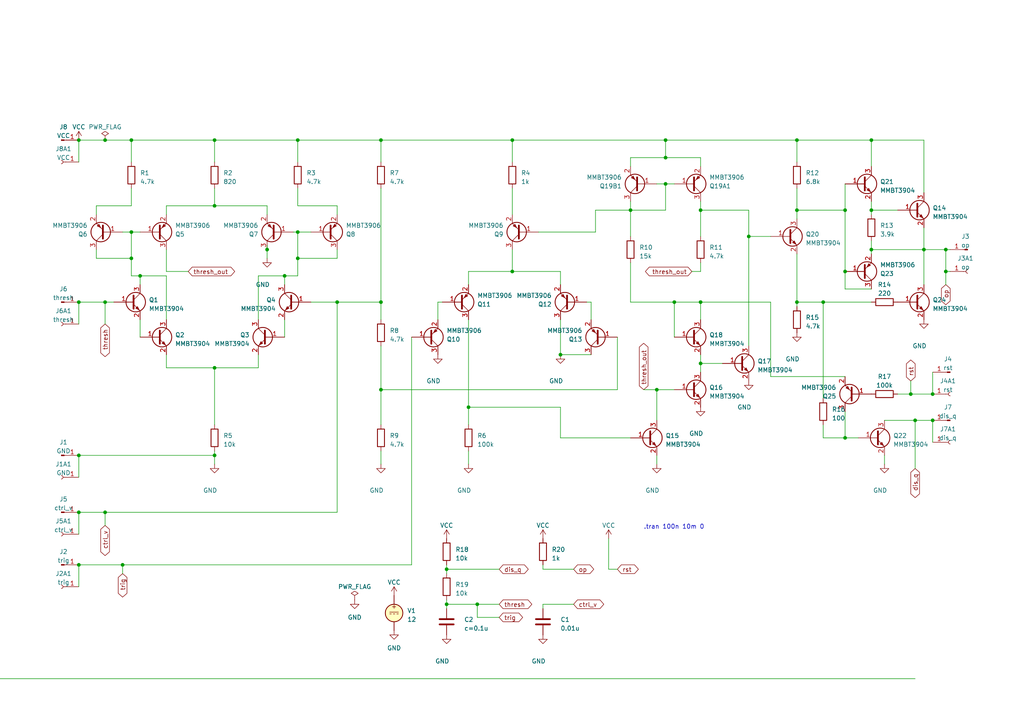
<source format=kicad_sch>
(kicad_sch (version 20230121) (generator eeschema)
  (paper "A4")
  (title_block (title "EVM 555") (date "2023-05-19") (rev "0p1") (company "Analog Instruments"))
  (lib_symbols
    (symbol "Connector:Conn_01x01_Pin" (pin_names (offset 1.016) hide)
      (property "Reference" "J" (at 0 2.54 0))
      (property "Value" "Conn_01x01_Pin" (at 0 -2.54 0))
      (symbol "Conn_01x01_Pin_1_1"
        (polyline (pts (xy 1.27 0) (xy 0.8636 0)) (stroke (width 0.1524)))
        (rectangle (start 0.8636 0.127) (end 0 -0.127) (stroke (width 0.1524)) (fill (type outline)))
        (pin passive line (at 5.08 0 180) (length 3.81) (name "Pin_1") (number "1"))
      )
    )
    (symbol "Connector:Conn_01x01_Socket" (pin_names (offset 1.016) hide)
      (property "Reference" "J" (at 0 2.54 0))
      (property "Value" "Conn_01x01_Socket" (at 0 -2.54 0))
      (symbol "Conn_01x01_Socket_1_1"
        (polyline (pts (xy -1.27 0) (xy -0.508 0)) (stroke (width 0.1524)))
        (arc (start 0 0.508) (mid -0.5058 0) (end 0 -0.508) (stroke (width 0.1524)))
        (pin passive line (at -5.08 0 0) (length 3.81) (name "Pin_1") (number "1"))
      )
    )
    (symbol "Device:C" (pin_numbers hide) (pin_names (offset 0.254))
      (property "Reference" "C" (at 0.635 2.54 0))
      (property "Value" "C" (at 0.635 -2.54 0))
      (symbol "C_0_1"
        (polyline (pts (xy -2.032 -0.762) (xy 2.032 -0.762)) (stroke (width 0.508)))
        (polyline (pts (xy -2.032 0.762) (xy 2.032 0.762)) (stroke (width 0.508)))
      )
      (symbol "C_1_1"
        (pin passive line (at 0 3.81 270) (length 2.794) (name "~") (number "1"))
        (pin passive line (at 0 -3.81 90) (length 2.794) (name "~") (number "2"))
      )
    )
    (symbol "Device:R" (pin_numbers hide) (pin_names (offset 0))
      (property "Reference" "R" (at 2.032 0 90))
      (property "Value" "R" (at 0 0 90))
      (symbol "R_0_1"
        (rectangle (start -1.016 -2.54) (end 1.016 2.54) (stroke (width 0.254)))
      )
      (symbol "R_1_1"
        (pin passive line (at 0 3.81 270) (length 1.27) (name "~") (number "1"))
        (pin passive line (at 0 -3.81 90) (length 1.27) (name "~") (number "2"))
      )
    )
    (symbol "Simulation_SPICE:VDC" (pin_numbers hide) (pin_names (offset 0.0254))
      (property "Reference" "V" (at 2.54 2.54 0))
      (property "Value" "1" (at 2.54 0 0))
      (symbol "VDC_0_0"
        (polyline (pts (xy -1.27 0.254) (xy 1.27 0.254)))
        (polyline (pts (xy -0.762 -0.254) (xy -1.27 -0.254)))
        (polyline (pts (xy 0.254 -0.254) (xy -0.254 -0.254)))
        (polyline (pts (xy 1.27 -0.254) (xy 0.762 -0.254)))
        (text "+" (at 0 1.905 0) (effects (font (size 1.27 1.27))))
      )
      (symbol "VDC_0_1"
        (circle (center 0 0) (radius 2.54) (stroke (width 0.254)) (fill (type background)))
      )
      (symbol "VDC_1_1"
        (pin passive line (at 0 5.08 270) (length 2.54) (name "~") (number "1"))
        (pin passive line (at 0 -5.08 90) (length 2.54) (name "~") (number "2"))
      )
    )
    (symbol "Transistor_BJT:MMBT3904" (pin_names (offset 0) hide)
      (property "Reference" "Q" (at 5.08 1.905 0))
      (property "Value" "MMBT3904" (at 5.08 0 0))
      (symbol "MMBT3904_0_1"
        (polyline (pts (xy 0.635 0.635) (xy 2.54 2.54)))
        (polyline (pts (xy 0.635 -0.635) (xy 2.54 -2.54) (xy 2.54 -2.54)))
        (polyline (pts (xy 0.635 1.905) (xy 0.635 -1.905) (xy 0.635 -1.905)) (stroke (width 0.508)))
        (polyline (pts (xy 1.27 -1.778) (xy 1.778 -1.27) (xy 2.286 -2.286) (xy 1.27 -1.778) (xy 1.27 -1.778)) (fill (type outline)))
        (circle (center 1.27 0) (radius 2.8194) (stroke (width 0.254)))
      )
      (symbol "MMBT3904_1_1"
        (pin input line (at -5.08 0 0) (length 5.715) (name "B") (number "1"))
        (pin passive line (at 2.54 -5.08 90) (length 2.54) (name "E") (number "2"))
        (pin passive line (at 2.54 5.08 270) (length 2.54) (name "C") (number "3"))
      )
    )
    (symbol "Transistor_BJT:MMBT3906" (pin_names (offset 0) hide)
      (property "Reference" "Q" (at 5.08 1.905 0))
      (property "Value" "MMBT3906" (at 5.08 0 0))
      (symbol "MMBT3906_0_1"
        (polyline (pts (xy 0.635 0.635) (xy 2.54 2.54)))
        (polyline (pts (xy 0.635 -0.635) (xy 2.54 -2.54) (xy 2.54 -2.54)))
        (polyline (pts (xy 0.635 1.905) (xy 0.635 -1.905) (xy 0.635 -1.905)) (stroke (width 0.508)))
        (polyline (pts (xy 2.286 -1.778) (xy 1.778 -2.286) (xy 1.27 -1.27) (xy 2.286 -1.778) (xy 2.286 -1.778)) (fill (type outline)))
        (circle (center 1.27 0) (radius 2.8194) (stroke (width 0.254)))
      )
      (symbol "MMBT3906_1_1"
        (pin input line (at -5.08 0 0) (length 5.715) (name "B") (number "1"))
        (pin passive line (at 2.54 -5.08 90) (length 2.54) (name "E") (number "2"))
        (pin passive line (at 2.54 5.08 270) (length 2.54) (name "C") (number "3"))
      )
    )
    (symbol "power:GND" (power) (pin_names (offset 0))
      (property "Value" "GND" (at 0 -3.81 0))
      (symbol "GND_0_1"
        (polyline (pts (xy 0 0) (xy 0 -1.27) (xy 1.27 -1.27) (xy 0 -2.54) (xy -1.27 -1.27) (xy 0 -1.27)))
      )
      (symbol "GND_1_1"
        (pin power_in line (at 0 0 270) (length 0) hide (name "GND") (number "1"))
      )
    )
    (symbol "power:PWR_FLAG" (power) (pin_numbers hide) (pin_names (offset 0) hide)
      (property "Value" "PWR_FLAG" (at 0 3.81 0))
      (symbol "PWR_FLAG_0_0"
        (pin power_out line (at 0 0 90) (length 0) (name "pwr") (number "1"))
      )
      (symbol "PWR_FLAG_0_1"
        (polyline (pts (xy 0 0) (xy 0 1.27) (xy -1.016 1.905) (xy 0 2.54) (xy 1.016 1.905) (xy 0 1.27)))
      )
    )
    (symbol "power:VCC" (power) (pin_names (offset 0))
      (property "Value" "VCC" (at 0 3.81 0))
      (symbol "VCC_0_1"
        (polyline (pts (xy -0.762 1.27) (xy 0 2.54)))
        (polyline (pts (xy 0 0) (xy 0 2.54)))
        (polyline (pts (xy 0 2.54) (xy 0.762 1.27)))
      )
      (symbol "VCC_1_1"
        (pin power_in line (at 0 0 90) (length 0) hide (name "VCC") (number "1"))
      )
    )
  )
  (junction (at 86.36 74.93))
  (junction (at 77.47 72.39))
  (junction (at 270.51 114.3))
  (junction (at 97.79 87.63))
  (junction (at 38.1 67.31))
  (junction (at 265.43 121.92))
  (junction (at 231.14 60.96))
  (junction (at 203.2 105.41))
  (junction (at 238.76 87.63))
  (junction (at 252.73 40.64))
  (junction (at 22.86 132.08))
  (junction (at 231.14 87.63))
  (junction (at 110.49 113.03))
  (junction (at 252.73 60.96))
  (junction (at 129.54 175.26))
  (junction (at 38.1 74.93))
  (junction (at 62.23 59.69))
  (junction (at 267.97 72.39))
  (junction (at 193.04 45.72))
  (junction (at 274.32 78.74))
  (junction (at 62.23 132.08))
  (junction (at 135.89 118.11))
  (junction (at 190.5 113.03))
  (junction (at 62.23 40.64))
  (junction (at 231.14 40.64))
  (junction (at 217.17 68.58))
  (junction (at 30.48 87.63))
  (junction (at 162.56 102.87))
  (junction (at 110.49 40.64))
  (junction (at 195.58 87.63))
  (junction (at 182.88 60.96))
  (junction (at 138.43 175.26))
  (junction (at 148.59 78.74))
  (junction (at 203.2 60.96))
  (junction (at 82.55 80.01))
  (junction (at 30.48 40.64))
  (junction (at 264.16 114.3))
  (junction (at 245.11 60.96))
  (junction (at 22.86 87.63))
  (junction (at 22.86 148.59))
  (junction (at 129.54 165.1))
  (junction (at 35.56 163.83))
  (junction (at 22.86 40.64))
  (junction (at 245.11 78.74))
  (junction (at 86.36 67.31))
  (junction (at 110.49 87.63))
  (junction (at 193.04 53.34))
  (junction (at 62.23 106.68))
  (junction (at 38.1 40.64))
  (junction (at 30.48 148.59))
  (junction (at 40.64 80.01))
  (junction (at 193.04 40.64))
  (junction (at 148.59 40.64))
  (junction (at 270.51 121.92))
  (junction (at 86.36 40.64))
  (junction (at 22.86 163.83))
  (junction (at 245.11 127))
  (junction (at 274.32 72.39))
  (junction (at 252.73 72.39))
  (junction (at 203.2 87.63))
  (wire (pts (xy 200.66 78.74) (xy 203.2 78.74)))
  (wire (pts (xy 74.93 80.01) (xy 82.55 80.01)))
  (wire (pts (xy 22.86 132.08) (xy 62.23 132.08)))
  (wire (pts (xy 245.11 127) (xy 248.92 127)))
  (wire (pts (xy 135.89 118.11) (xy 135.89 123.19)))
  (wire (pts (xy 110.49 100.33) (xy 110.49 113.03)))
  (wire (pts (xy 38.1 54.61) (xy 38.1 59.69)))
  (wire (pts (xy 157.48 165.1) (xy 166.37 165.1)))
  (wire (pts (xy 62.23 54.61) (xy 62.23 59.69)))
  (wire (pts (xy 245.11 78.74) (xy 245.11 83.82)))
  (wire (pts (xy 274.32 78.74) (xy 275.59 78.74)))
  (wire (pts (xy 275.59 72.39) (xy 274.32 72.39)))
  (wire (pts (xy 252.73 58.42) (xy 252.73 60.96)))
  (wire (pts (xy 238.76 123.19) (xy 238.76 127)))
  (wire (pts (xy 256.54 121.92) (xy 265.43 121.92)))
  (wire (pts (xy 110.49 113.03) (xy 110.49 123.19)))
  (wire (pts (xy 22.86 40.64) (xy 30.48 40.64)))
  (wire (pts (xy 27.94 74.93) (xy 38.1 74.93)))
  (wire (pts (xy 144.78 179.07) (xy 138.43 179.07)))
  (wire (pts (xy 157.48 175.26) (xy 166.37 175.26)))
  (wire (pts (xy 203.2 48.26) (xy 203.2 45.72)))
  (wire (pts (xy 223.52 68.58) (xy 217.17 68.58)))
  (wire (pts (xy 135.89 92.71) (xy 135.89 118.11)))
  (wire (pts (xy 231.14 40.64) (xy 252.73 40.64)))
  (wire (pts (xy 203.2 76.2) (xy 203.2 78.74)))
  (wire (pts (xy 182.88 45.72) (xy 193.04 45.72)))
  (wire (pts (xy 30.48 93.98) (xy 30.48 87.63)))
  (wire (pts (xy 182.88 60.96) (xy 182.88 68.58)))
  (wire (pts (xy 82.55 92.71) (xy 82.55 97.79)))
  (wire (pts (xy 252.73 83.82) (xy 245.11 83.82)))
  (wire (pts (xy 162.56 127) (xy 162.56 118.11)))
  (wire (pts (xy 48.26 62.23) (xy 48.26 59.69)))
  (wire (pts (xy 30.48 148.59) (xy 22.86 148.59)))
  (wire (pts (xy 135.89 78.74) (xy 148.59 78.74)))
  (wire (pts (xy 256.54 132.08) (xy 256.54 134.62)))
  (wire (pts (xy 231.14 60.96) (xy 245.11 60.96)))
  (wire (pts (xy 274.32 72.39) (xy 274.32 78.74)))
  (wire (pts (xy 85.09 67.31) (xy 86.36 67.31)))
  (wire (pts (xy 30.48 40.64) (xy 38.1 40.64)))
  (wire (pts (xy 35.56 163.83) (xy 35.56 166.37)))
  (wire (pts (xy 252.73 60.96) (xy 260.35 60.96)))
  (wire (pts (xy 148.59 40.64) (xy 148.59 46.99)))
  (wire (pts (xy 62.23 40.64) (xy 62.23 46.99)))
  (wire (pts (xy 245.11 109.22) (xy 223.52 109.22)))
  (wire (pts (xy 231.14 54.61) (xy 231.14 60.96)))
  (wire (pts (xy 48.26 59.69) (xy 62.23 59.69)))
  (wire (pts (xy 38.1 74.93) (xy 38.1 80.01)))
  (wire (pts (xy 74.93 106.68) (xy 74.93 102.87)))
  (wire (pts (xy 38.1 67.31) (xy 40.64 67.31)))
  (wire (pts (xy 86.36 74.93) (xy 86.36 80.01)))
  (wire (pts (xy 97.79 87.63) (xy 110.49 87.63)))
  (wire (pts (xy 129.54 165.1) (xy 144.78 165.1)))
  (wire (pts (xy 265.43 196.85) (xy -36.83 196.85)))
  (wire (pts (xy 156.21 67.31) (xy 172.72 67.31)))
  (wire (pts (xy 264.16 110.49) (xy 264.16 114.3)))
  (wire (pts (xy 157.48 165.1) (xy 157.48 163.83)))
  (wire (pts (xy 38.1 59.69) (xy 27.94 59.69)))
  (wire (pts (xy 274.32 78.74) (xy 274.32 82.55)))
  (wire (pts (xy 22.86 87.63) (xy 30.48 87.63)))
  (wire (pts (xy 172.72 67.31) (xy 172.72 60.96)))
  (wire (pts (xy 193.04 53.34) (xy 195.58 53.34)))
  (wire (pts (xy 30.48 148.59) (xy 30.48 152.4)))
  (wire (pts (xy 22.86 163.83) (xy 35.56 163.83)))
  (wire (pts (xy 176.53 156.21) (xy 176.53 165.1)))
  (wire (pts (xy 40.64 82.55) (xy 40.64 80.01)))
  (wire (pts (xy 77.47 71.12) (xy 77.47 72.39)))
  (wire (pts (xy 172.72 60.96) (xy 182.88 60.96)))
  (wire (pts (xy 182.88 76.2) (xy 182.88 87.63)))
  (wire (pts (xy 62.23 59.69) (xy 77.47 59.69)))
  (wire (pts (xy 129.54 165.1) (xy 129.54 166.37)))
  (wire (pts (xy 252.73 60.96) (xy 252.73 62.23)))
  (wire (pts (xy 97.79 74.93) (xy 86.36 74.93)))
  (wire (pts (xy 231.14 73.66) (xy 231.14 87.63)))
  (wire (pts (xy 260.35 114.3) (xy 264.16 114.3)))
  (wire (pts (xy 62.23 106.68) (xy 62.23 123.19)))
  (wire (pts (xy 267.97 66.04) (xy 267.97 72.39)))
  (wire (pts (xy 162.56 118.11) (xy 135.89 118.11)))
  (wire (pts (xy 190.5 113.03) (xy 190.5 121.92)))
  (wire (pts (xy 157.48 176.53) (xy 157.48 175.26)))
  (wire (pts (xy 203.2 60.96) (xy 203.2 68.58)))
  (wire (pts (xy 267.97 55.88) (xy 267.97 40.64)))
  (wire (pts (xy 190.5 132.08) (xy 190.5 134.62)))
  (wire (pts (xy 135.89 130.81) (xy 135.89 134.62)))
  (wire (pts (xy 62.23 106.68) (xy 74.93 106.68)))
  (wire (pts (xy 182.88 45.72) (xy 182.88 48.26)))
  (wire (pts (xy 38.1 80.01) (xy 40.64 80.01)))
  (wire (pts (xy 203.2 105.41) (xy 209.55 105.41)))
  (wire (pts (xy 170.18 87.63) (xy 171.45 87.63)))
  (wire (pts (xy 127 87.63) (xy 127 92.71)))
  (wire (pts (xy 252.73 72.39) (xy 267.97 72.39)))
  (wire (pts (xy 217.17 60.96) (xy 203.2 60.96)))
  (wire (pts (xy 97.79 74.93) (xy 97.79 72.39)))
  (wire (pts (xy 162.56 102.87) (xy 171.45 102.87)))
  (wire (pts (xy 35.56 163.83) (xy 119.38 163.83)))
  (wire (pts (xy 176.53 165.1) (xy 179.07 165.1)))
  (wire (pts (xy 77.47 72.39) (xy 77.47 74.93)))
  (wire (pts (xy 40.64 80.01) (xy 48.26 80.01)))
  (wire (pts (xy 35.56 67.31) (xy 38.1 67.31)))
  (wire (pts (xy 82.55 80.01) (xy 82.55 82.55)))
  (wire (pts (xy 138.43 179.07) (xy 138.43 175.26)))
  (wire (pts (xy 231.14 46.99) (xy 231.14 40.64)))
  (wire (pts (xy 38.1 46.99) (xy 38.1 40.64)))
  (wire (pts (xy 22.86 40.64) (xy 22.86 46.99)))
  (wire (pts (xy 171.45 87.63) (xy 171.45 92.71)))
  (wire (pts (xy 128.27 87.63) (xy 127 87.63)))
  (wire (pts (xy 22.86 132.08) (xy 22.86 138.43)))
  (wire (pts (xy 217.17 68.58) (xy 217.17 100.33)))
  (wire (pts (xy 223.52 109.22) (xy 223.52 87.63)))
  (wire (pts (xy 182.88 60.96) (xy 193.04 60.96)))
  (wire (pts (xy 245.11 53.34) (xy 245.11 60.96)))
  (wire (pts (xy 162.56 92.71) (xy 162.56 102.87)))
  (wire (pts (xy 86.36 67.31) (xy 90.17 67.31)))
  (wire (pts (xy 148.59 40.64) (xy 193.04 40.64)))
  (wire (pts (xy 86.36 54.61) (xy 86.36 59.69)))
  (wire (pts (xy 179.07 113.03) (xy 179.07 97.79)))
  (wire (pts (xy 62.23 130.81) (xy 62.23 132.08)))
  (wire (pts (xy 22.86 163.83) (xy 22.86 170.18)))
  (wire (pts (xy 267.97 72.39) (xy 267.97 82.55)))
  (wire (pts (xy 97.79 87.63) (xy 97.79 148.59)))
  (wire (pts (xy 110.49 40.64) (xy 110.49 46.99)))
  (wire (pts (xy 238.76 87.63) (xy 252.73 87.63)))
  (wire (pts (xy 193.04 60.96) (xy 193.04 53.34)))
  (wire (pts (xy 48.26 78.74) (xy 54.61 78.74)))
  (wire (pts (xy 22.86 87.63) (xy 22.86 93.98)))
  (wire (pts (xy 162.56 78.74) (xy 162.56 82.55)))
  (wire (pts (xy 264.16 114.3) (xy 270.51 114.3)))
  (wire (pts (xy 90.17 87.63) (xy 97.79 87.63)))
  (wire (pts (xy 190.5 113.03) (xy 195.58 113.03)))
  (wire (pts (xy 22.86 148.59) (xy 22.86 154.94)))
  (wire (pts (xy 265.43 121.92) (xy 270.51 121.92)))
  (wire (pts (xy 97.79 59.69) (xy 97.79 62.23)))
  (wire (pts (xy 48.26 106.68) (xy 62.23 106.68)))
  (wire (pts (xy 30.48 87.63) (xy 33.02 87.63)))
  (wire (pts (xy 97.79 148.59) (xy 30.48 148.59)))
  (wire (pts (xy 203.2 87.63) (xy 203.2 92.71)))
  (wire (pts (xy 138.43 175.26) (xy 144.78 175.26)))
  (wire (pts (xy 148.59 72.39) (xy 148.59 78.74)))
  (wire (pts (xy 223.52 87.63) (xy 203.2 87.63)))
  (wire (pts (xy 129.54 175.26) (xy 138.43 175.26)))
  (wire (pts (xy 38.1 40.64) (xy 62.23 40.64)))
  (wire (pts (xy 48.26 72.39) (xy 48.26 78.74)))
  (wire (pts (xy 74.93 92.71) (xy 74.93 80.01)))
  (wire (pts (xy 267.97 40.64) (xy 252.73 40.64)))
  (wire (pts (xy 129.54 163.83) (xy 129.54 165.1)))
  (wire (pts (xy 135.89 78.74) (xy 135.89 82.55)))
  (wire (pts (xy 238.76 127) (xy 245.11 127)))
  (wire (pts (xy 86.36 40.64) (xy 110.49 40.64)))
  (wire (pts (xy 267.97 72.39) (xy 274.32 72.39)))
  (wire (pts (xy 38.1 74.93) (xy 38.1 67.31)))
  (wire (pts (xy 245.11 60.96) (xy 245.11 78.74)))
  (wire (pts (xy 231.14 60.96) (xy 231.14 63.5)))
  (wire (pts (xy 110.49 113.03) (xy 179.07 113.03)))
  (wire (pts (xy 27.94 72.39) (xy 27.94 74.93)))
  (wire (pts (xy 193.04 45.72) (xy 203.2 45.72)))
  (wire (pts (xy 245.11 119.38) (xy 245.11 127)))
  (wire (pts (xy 148.59 78.74) (xy 162.56 78.74)))
  (wire (pts (xy 77.47 59.69) (xy 77.47 62.23)))
  (wire (pts (xy 190.5 53.34) (xy 193.04 53.34)))
  (wire (pts (xy 182.88 58.42) (xy 182.88 60.96)))
  (wire (pts (xy 82.55 80.01) (xy 86.36 80.01)))
  (wire (pts (xy 186.69 113.03) (xy 190.5 113.03)))
  (wire (pts (xy 110.49 87.63) (xy 110.49 92.71)))
  (wire (pts (xy 195.58 87.63) (xy 203.2 87.63)))
  (wire (pts (xy 86.36 59.69) (xy 97.79 59.69)))
  (wire (pts (xy 203.2 102.87) (xy 203.2 105.41)))
  (wire (pts (xy 148.59 40.64) (xy 110.49 40.64)))
  (wire (pts (xy 203.2 105.41) (xy 203.2 107.95)))
  (wire (pts (xy 40.64 92.71) (xy 40.64 97.79)))
  (wire (pts (xy 265.43 121.92) (xy 265.43 135.89)))
  (wire (pts (xy 203.2 58.42) (xy 203.2 60.96)))
  (wire (pts (xy 148.59 54.61) (xy 148.59 62.23)))
  (wire (pts (xy 86.36 46.99) (xy 86.36 40.64)))
  (wire (pts (xy 231.14 87.63) (xy 238.76 87.63)))
  (wire (pts (xy 119.38 97.79) (xy 119.38 163.83)))
  (wire (pts (xy 252.73 69.85) (xy 252.73 72.39)))
  (wire (pts (xy 270.51 107.95) (xy 270.51 114.3)))
  (wire (pts (xy 62.23 132.08) (xy 62.23 134.62)))
  (wire (pts (xy 238.76 87.63) (xy 238.76 115.57)))
  (wire (pts (xy 252.73 72.39) (xy 252.73 73.66)))
  (wire (pts (xy 27.94 59.69) (xy 27.94 62.23)))
  (wire (pts (xy 110.49 54.61) (xy 110.49 87.63)))
  (wire (pts (xy 48.26 102.87) (xy 48.26 106.68)))
  (wire (pts (xy 62.23 40.64) (xy 86.36 40.64)))
  (wire (pts (xy 182.88 87.63) (xy 195.58 87.63)))
  (wire (pts (xy 270.51 121.92) (xy 270.51 128.27)))
  (wire (pts (xy 193.04 40.64) (xy 231.14 40.64)))
  (wire (pts (xy 193.04 40.64) (xy 193.04 45.72)))
  (wire (pts (xy 195.58 87.63) (xy 195.58 97.79)))
  (wire (pts (xy 252.73 48.26) (xy 252.73 40.64)))
  (wire (pts (xy 86.36 74.93) (xy 86.36 67.31)))
  (wire (pts (xy 48.26 80.01) (xy 48.26 92.71)))
  (wire (pts (xy 182.88 127) (xy 162.56 127)))
  (wire (pts (xy 129.54 175.26) (xy 129.54 176.53)))
  (wire (pts (xy 217.17 60.96) (xy 217.17 68.58)))
  (wire (pts (xy 231.14 87.63) (xy 231.14 88.9)))
  (wire (pts (xy 110.49 130.81) (xy 110.49 134.62)))
  (wire (pts (xy 129.54 173.99) (xy 129.54 175.26)))
  (text ".tran 100n 10m 0\n" (at 186.69 153.67 0) (effects (font (size 1.27 1.27)) (justify left bottom)))
  (global_label "dis_q" (shape bidirectional) (at 265.43 135.89 270) (property "Intersheetrefs" "${INTERSHEET_REFS}" (effects hide)))
  (global_label "op" (shape bidirectional) (at 166.37 165.1 0) (property "Intersheetrefs" "${INTERSHEET_REFS}" (effects hide)))
  (global_label "thresh_out" (shape bidirectional) (at 54.61 78.74 0) (property "Intersheetrefs" "${INTERSHEET_REFS}" (effects hide)))
  (global_label "op" (shape bidirectional) (at 274.32 82.55 270) (property "Intersheetrefs" "${INTERSHEET_REFS}" (effects hide)))
  (global_label "rst" (shape bidirectional) (at 264.16 110.49 90) (property "Intersheetrefs" "${INTERSHEET_REFS}" (effects hide)))
  (global_label "thresh_out" (shape bidirectional) (at 186.69 113.03 90) (property "Intersheetrefs" "${INTERSHEET_REFS}" (effects hide)))
  (global_label "ctrl_v" (shape bidirectional) (at 166.37 175.26 0) (property "Intersheetrefs" "${INTERSHEET_REFS}" (effects hide)))
  (global_label "trig" (shape bidirectional) (at 35.56 166.37 270) (property "Intersheetrefs" "${INTERSHEET_REFS}" (effects hide)))
  (global_label "ctrl_v" (shape bidirectional) (at 30.48 152.4 270) (property "Intersheetrefs" "${INTERSHEET_REFS}" (effects hide)))
  (global_label "thresh_out" (shape bidirectional) (at 200.66 78.74 180) (property "Intersheetrefs" "${INTERSHEET_REFS}" (effects hide)))
  (global_label "trig" (shape bidirectional) (at 144.78 179.07 0) (property "Intersheetrefs" "${INTERSHEET_REFS}" (effects hide)))
  (global_label "dis_q" (shape bidirectional) (at 144.78 165.1 0) (property "Intersheetrefs" "${INTERSHEET_REFS}" (effects hide)))
  (global_label "thresh" (shape bidirectional) (at 30.48 93.98 270) (property "Intersheetrefs" "${INTERSHEET_REFS}" (effects hide)))
  (global_label "rst" (shape bidirectional) (at 179.07 165.1 0) (property "Intersheetrefs" "${INTERSHEET_REFS}" (effects hide)))
  (global_label "thresh" (shape bidirectional) (at 144.78 175.26 0) (property "Intersheetrefs" "${INTERSHEET_REFS}" (effects hide)))
  (symbol (lib_id "Transistor_BJT:MMBT3904") (at 228.6 68.58 0) (unit 1)
    (property "Reference" "Q20" (at 233.68 67.945 0) (effects (justify left)))
    (property "Value" "MMBT3904" (at 233.68 70.485 0) (effects (justify left)))
    (property "Footprint" "Package_TO_SOT_SMD:SOT-23" (effects hide))
    (property "Datasheet" "https://www.onsemi.com/pub/Collateral/2N3903-D.PDF" (effects hide))
    (property "Sim.Library" "${KIPRJMOD}\\EVM_555_spice.lib" (effects hide))
    (property "Sim.Name" "MMBT3904" (effects hide))
    (property "Sim.Device" "NPN" (effects hide))
    (property "Sim.Type" "GUMMELPOON" (effects hide))
    (property "Sim.Pins" "1=B 2=E 3=C" (effects hide))
    (property "Sim.Params" "ise=20910a" (effects hide))
  )
  (symbol (lib_id "Connector:Conn_01x01_Pin") (at 17.78 148.59 0) (unit 1)
    (property "Reference" "J5" (at 18.415 144.78 0))
    (property "Value" "ctrl_v" (at 18.415 147.32 0))
    (property "Footprint" "Connector_PinHeader_2.54mm:PinHeader_1x01_P2.54mm_Vertical" (effects hide))
    (property "Sim.Enable" "0" (effects hide))
  )
  (symbol (lib_id "Device:R") (at 62.23 50.8 0) (unit 1)
    (property "Reference" "R2" (at 64.77 50.165 0) (effects (justify left)))
    (property "Value" "820" (at 64.77 52.705 0) (effects (justify left)))
    (property "Footprint" "Resistor_SMD:R_1206_3216Metric_Pad1.30x1.75mm_HandSolder" (effects hide))
  )
  (symbol (lib_id "Connector:Conn_01x01_Socket") (at 17.78 154.94 0) (mirror y) (unit 1)
    (property "Reference" "J5A1" (at 18.415 151.13 0))
    (property "Value" "ctrl_v" (at 18.415 153.67 0))
    (property "Footprint" "Connector_PinSocket_2.54mm:PinSocket_1x01_P2.54mm_Vertical" (effects hide))
    (property "Sim.Enable" "0" (effects hide))
  )
  (symbol (lib_id "Connector:Conn_01x01_Pin") (at 17.78 163.83 0) (unit 1)
    (property "Reference" "J2" (at 18.415 160.02 0))
    (property "Value" "trig" (at 18.415 162.56 0))
    (property "Footprint" "Connector_PinHeader_2.54mm:PinHeader_1x01_P2.54mm_Vertical" (effects hide))
    (property "Sim.Enable" "0" (effects hide))
  )
  (symbol (lib_id "power:PWR_FLAG") (at 102.87 173.99 0) (unit 1)
    (property "Reference" "#FLG02" (effects hide))
    (property "Value" "PWR_FLAG" (at 102.87 170.18 0))
  )
  (symbol (lib_id "Transistor_BJT:MMBT3906") (at 151.13 67.31 180) (unit 1)
    (property "Reference" "Q9" (at 146.05 67.945 0) (effects (justify left)))
    (property "Value" "MMBT3906" (at 146.05 65.405 0) (effects (justify left)))
    (property "Footprint" "Package_TO_SOT_SMD:SOT-23" (effects hide))
    (property "Datasheet" "https://www.onsemi.com/pub/Collateral/2N3906-D.PDF" (effects hide))
    (property "Sim.Library" "${KIPRJMOD}\\EVM_555_spice.lib" (effects hide))
    (property "Sim.Name" "MMBT3906" (effects hide))
    (property "Sim.Device" "PNP" (effects hide))
    (property "Sim.Type" "GUMMELPOON" (effects hide))
    (property "Sim.Pins" "1=B 2=E 3=C" (effects hide))
    (property "Sim.Params" "is=68489.6a ise=552481a" (effects hide))
  )
  (symbol (lib_id "power:VCC") (at 157.48 156.21 0) (unit 1)
    (property "Reference" "#PWR021" (effects hide))
    (property "Value" "VCC" (at 157.48 152.4 0))
  )
  (symbol (lib_id "power:GND") (at 62.23 134.62 0) (unit 1)
    (property "Reference" "#PWR02" (effects hide))
    (property "Value" "GND" (at 60.96 142.24 0))
  )
  (symbol (lib_id "Device:R") (at 129.54 170.18 0) (unit 1) (in_bom no) (on_board no)
    (property "Reference" "R19" (at 132.08 169.545 0) (effects (justify left)))
    (property "Value" "10k" (at 132.08 172.085 0) (effects (justify left)))
    (property "Footprint" "Resistor_SMD:R_1206_3216Metric_Pad1.30x1.75mm_HandSolder" (effects hide))
  )
  (symbol (lib_id "Device:R") (at 38.1 50.8 0) (unit 1)
    (property "Reference" "R1" (at 40.64 50.165 0) (effects (justify left)))
    (property "Value" "4.7k" (at 40.64 52.705 0) (effects (justify left)))
    (property "Footprint" "Resistor_SMD:R_1206_3216Metric_Pad1.30x1.75mm_HandSolder" (effects hide))
  )
  (symbol (lib_id "power:PWR_FLAG") (at 30.48 40.64 0) (unit 1)
    (property "Reference" "#FLG01" (effects hide))
    (property "Value" "PWR_FLAG" (at 30.48 36.83 0))
  )
  (symbol (lib_id "power:VCC") (at 22.86 40.64 0) (unit 1)
    (property "Reference" "#PWR013" (effects hide))
    (property "Value" "VCC" (at 22.86 36.83 0))
  )
  (symbol (lib_id "power:VCC") (at 129.54 156.21 0) (unit 1)
    (property "Reference" "#PWR017" (effects hide))
    (property "Value" "VCC" (at 129.54 152.4 0))
  )
  (symbol (lib_id "Device:R") (at 238.76 119.38 0) (unit 1)
    (property "Reference" "R16" (at 241.3 118.745 0) (effects (justify left)))
    (property "Value" "100" (at 241.3 121.285 0) (effects (justify left)))
    (property "Footprint" "Resistor_SMD:R_1206_3216Metric_Pad1.30x1.75mm_HandSolder" (effects hide))
  )
  (symbol (lib_id "Device:R") (at 231.14 50.8 0) (unit 1)
    (property "Reference" "R12" (at 233.68 50.165 0) (effects (justify left)))
    (property "Value" "6.8k" (at 233.68 52.705 0) (effects (justify left)))
    (property "Footprint" "Resistor_SMD:R_1206_3216Metric_Pad1.30x1.75mm_HandSolder" (effects hide))
  )
  (symbol (lib_id "Device:R") (at 135.89 127 0) (unit 1)
    (property "Reference" "R6" (at 138.43 126.365 0) (effects (justify left)))
    (property "Value" "100k" (at 138.43 128.905 0) (effects (justify left)))
    (property "Footprint" "Resistor_SMD:R_1206_3216Metric_Pad1.30x1.75mm_HandSolder" (effects hide))
  )
  (symbol (lib_id "power:GND") (at 77.47 74.93 0) (unit 1)
    (property "Reference" "#PWR01" (effects hide))
    (property "Value" "GND" (at 76.2 82.55 0))
  )
  (symbol (lib_id "Transistor_BJT:MMBT3906") (at 250.19 78.74 0) (mirror x) (unit 1)
    (property "Reference" "Q23" (at 255.27 79.375 0) (effects (justify left)))
    (property "Value" "MMBT3906" (at 255.27 76.835 0) (effects (justify left)))
    (property "Footprint" "Package_TO_SOT_SMD:SOT-23" (effects hide))
    (property "Datasheet" "https://www.onsemi.com/pub/Collateral/2N3906-D.PDF" (effects hide))
    (property "Sim.Library" "${KIPRJMOD}\\EVM_555_spice.lib" (effects hide))
    (property "Sim.Name" "MMBT3906" (effects hide))
    (property "Sim.Device" "PNP" (effects hide))
    (property "Sim.Type" "GUMMELPOON" (effects hide))
    (property "Sim.Pins" "1=B 2=E 3=C" (effects hide))
    (property "Sim.Params" "is=68489.6a ise=552481a" (effects hide))
  )
  (symbol (lib_id "power:GND") (at 102.87 173.99 0) (unit 1)
    (property "Reference" "#PWR014" (effects hide))
    (property "Value" "GND" (at 102.87 179.07 0))
  )
  (symbol (lib_id "Transistor_BJT:MMBT3904") (at 250.19 53.34 0) (unit 1)
    (property "Reference" "Q21" (at 255.27 52.705 0) (effects (justify left)))
    (property "Value" "MMBT3904" (at 255.27 55.245 0) (effects (justify left)))
    (property "Footprint" "Package_TO_SOT_SMD:SOT-23" (effects hide))
    (property "Datasheet" "https://www.onsemi.com/pub/Collateral/2N3903-D.PDF" (effects hide))
    (property "Sim.Library" "${KIPRJMOD}\\EVM_555_spice.lib" (effects hide))
    (property "Sim.Name" "MMBT3904" (effects hide))
    (property "Sim.Device" "NPN" (effects hide))
    (property "Sim.Type" "GUMMELPOON" (effects hide))
    (property "Sim.Pins" "1=B 2=E 3=C" (effects hide))
    (property "Sim.Params" "ise=20910a" (effects hide))
  )
  (symbol (lib_id "Transistor_BJT:MMBT3904") (at 200.66 113.03 0) (unit 1)
    (property "Reference" "Q16" (at 205.74 112.395 0) (effects (justify left)))
    (property "Value" "MMBT3904" (at 205.74 114.935 0) (effects (justify left)))
    (property "Footprint" "Package_TO_SOT_SMD:SOT-23" (effects hide))
    (property "Datasheet" "https://www.onsemi.com/pub/Collateral/2N3903-D.PDF" (effects hide))
    (property "Sim.Library" "${KIPRJMOD}\\EVM_555_spice.lib" (effects hide))
    (property "Sim.Name" "MMBT3904" (effects hide))
    (property "Sim.Device" "NPN" (effects hide))
    (property "Sim.Type" "GUMMELPOON" (effects hide))
    (property "Sim.Pins" "1=B 2=E 3=C" (effects hide))
    (property "Sim.Params" "ise=20910a" (effects hide))
  )
  (symbol (lib_id "power:GND") (at 190.5 134.62 0) (unit 1)
    (property "Reference" "#PWR09" (effects hide))
    (property "Value" "GND" (at 189.23 142.24 0))
  )
  (symbol (lib_id "Transistor_BJT:MMBT3906") (at 165.1 87.63 180) (unit 1)
    (property "Reference" "Q12" (at 160.02 88.265 0) (effects (justify left)))
    (property "Value" "MMBT3906" (at 160.02 85.725 0) (effects (justify left)))
    (property "Footprint" "Package_TO_SOT_SMD:SOT-23" (effects hide))
    (property "Datasheet" "https://www.onsemi.com/pub/Collateral/2N3906-D.PDF" (effects hide))
    (property "Sim.Library" "${KIPRJMOD}\\EVM_555_spice.lib" (effects hide))
    (property "Sim.Name" "MMBT3906" (effects hide))
    (property "Sim.Device" "PNP" (effects hide))
    (property "Sim.Type" "GUMMELPOON" (effects hide))
    (property "Sim.Pins" "1=B 2=E 3=C" (effects hide))
    (property "Sim.Params" "is=68489.6a ise=552481a" (effects hide))
  )
  (symbol (lib_id "power:GND") (at 157.48 184.15 0) (unit 1)
    (property "Reference" "#PWR020" (effects hide))
    (property "Value" "GND" (at 156.21 191.77 0))
  )
  (symbol (lib_id "Device:C") (at 129.54 180.34 0) (unit 1) (in_bom no) (on_board no)
    (property "Reference" "C2" (at 134.62 179.705 0) (effects (justify left)))
    (property "Value" "c=0.1u" (at 134.62 182.245 0) (effects (justify left)))
    (property "Sim.Device" "C" (effects hide))
    (property "Sim.Params" "c=0.1u" (effects hide))
    (property "Sim.Pins" "1=+ 2=-" (effects hide))
  )
  (symbol (lib_id "Device:R") (at 148.59 50.8 0) (unit 1)
    (property "Reference" "R4" (at 151.13 50.165 0) (effects (justify left)))
    (property "Value" "1k" (at 151.13 52.705 0) (effects (justify left)))
    (property "Footprint" "Resistor_SMD:R_1206_3216Metric_Pad1.30x1.75mm_HandSolder" (effects hide))
  )
  (symbol (lib_id "Connector:Conn_01x01_Socket") (at 17.78 138.43 0) (mirror y) (unit 1)
    (property "Reference" "J1A1" (at 18.415 134.62 0))
    (property "Value" "GND" (at 18.415 137.16 0))
    (property "Footprint" "Connector_PinSocket_2.54mm:PinSocket_1x01_P2.54mm_Vertical" (effects hide))
    (property "Sim.Enable" "0" (effects hide))
  )
  (symbol (lib_id "Transistor_BJT:MMBT3906") (at 95.25 67.31 0) (mirror x) (unit 1)
    (property "Reference" "Q8" (at 100.33 67.945 0) (effects (justify left)))
    (property "Value" "MMBT3906" (at 100.33 65.405 0) (effects (justify left)))
    (property "Footprint" "Package_TO_SOT_SMD:SOT-23" (effects hide))
    (property "Datasheet" "https://www.onsemi.com/pub/Collateral/2N3906-D.PDF" (effects hide))
    (property "Sim.Library" "${KIPRJMOD}\\EVM_555_spice.lib" (effects hide))
    (property "Sim.Name" "MMBT3906" (effects hide))
    (property "Sim.Device" "PNP" (effects hide))
    (property "Sim.Type" "GUMMELPOON" (effects hide))
    (property "Sim.Pins" "1=B 2=E 3=C" (effects hide))
    (property "Sim.Params" "is=68489.6a ise=552481a" (effects hide))
  )
  (symbol (lib_id "Device:R") (at 86.36 50.8 0) (unit 1)
    (property "Reference" "R3" (at 88.9 50.165 0) (effects (justify left)))
    (property "Value" "4.7k" (at 88.9 52.705 0) (effects (justify left)))
    (property "Footprint" "Resistor_SMD:R_1206_3216Metric_Pad1.30x1.75mm_HandSolder" (effects hide))
  )
  (symbol (lib_id "Device:R") (at 252.73 66.04 0) (unit 1)
    (property "Reference" "R13" (at 255.27 65.405 0) (effects (justify left)))
    (property "Value" "3.9k" (at 255.27 67.945 0) (effects (justify left)))
    (property "Footprint" "Resistor_SMD:R_1206_3216Metric_Pad1.30x1.75mm_HandSolder" (effects hide))
  )
  (symbol (lib_id "Device:R") (at 110.49 127 0) (unit 1)
    (property "Reference" "R9" (at 113.03 126.365 0) (effects (justify left)))
    (property "Value" "4.7k" (at 113.03 128.905 0) (effects (justify left)))
    (property "Footprint" "Resistor_SMD:R_1206_3216Metric_Pad1.30x1.75mm_HandSolder" (effects hide))
  )
  (symbol (lib_id "Device:R") (at 256.54 87.63 90) (unit 1)
    (property "Reference" "R14" (at 256.54 82.55 90))
    (property "Value" "220" (at 256.54 85.09 90))
    (property "Footprint" "Resistor_SMD:R_1206_3216Metric_Pad1.30x1.75mm_HandSolder" (effects hide))
  )
  (symbol (lib_id "Device:R") (at 231.14 92.71 0) (unit 1)
    (property "Reference" "R15" (at 233.68 92.075 0) (effects (justify left)))
    (property "Value" "4.7k" (at 233.68 94.615 0) (effects (justify left)))
    (property "Footprint" "Resistor_SMD:R_1206_3216Metric_Pad1.30x1.75mm_HandSolder" (effects hide))
  )
  (symbol (lib_id "Transistor_BJT:MMBT3906") (at 200.66 53.34 0) (mirror x) (unit 1)
    (property "Reference" "Q19A1" (at 205.74 53.975 0) (effects (justify left)))
    (property "Value" "MMBT3906" (at 205.74 51.435 0) (effects (justify left)))
    (property "Footprint" "Package_TO_SOT_SMD:SOT-23" (effects hide))
    (property "Datasheet" "https://www.onsemi.com/pub/Collateral/2N3906-D.PDF" (effects hide))
    (property "Sim.Library" "${KIPRJMOD}\\EVM_555_spice.lib" (effects hide))
    (property "Sim.Name" "MMBT3906" (effects hide))
    (property "Sim.Device" "PNP" (effects hide))
    (property "Sim.Type" "GUMMELPOON" (effects hide))
    (property "Sim.Pins" "1=B 2=E 3=C" (effects hide))
    (property "Sim.Params" "is=68489.6a ise=552481a" (effects hide))
  )
  (symbol (lib_id "power:GND") (at 162.56 102.87 0) (unit 1)
    (property "Reference" "#PWR05" (effects hide))
    (property "Value" "GND" (at 161.29 110.49 0))
  )
  (symbol (lib_id "Connector:Conn_01x01_Pin") (at 17.78 132.08 0) (unit 1)
    (property "Reference" "J1" (at 18.415 128.27 0))
    (property "Value" "GND" (at 18.415 130.81 0))
    (property "Footprint" "Connector_PinHeader_2.54mm:PinHeader_1x01_P2.54mm_Vertical" (effects hide))
    (property "Sim.Enable" "0" (effects hide))
  )
  (symbol (lib_id "power:VCC") (at 176.53 156.21 0) (unit 1)
    (property "Reference" "#PWR022" (effects hide))
    (property "Value" "VCC" (at 176.53 152.4 0))
  )
  (symbol (lib_id "Connector:Conn_01x01_Socket") (at 280.67 78.74 0) (unit 1)
    (property "Reference" "J3A1" (at 280.035 74.93 0))
    (property "Value" "op" (at 280.035 77.47 0))
    (property "Footprint" "Connector_PinSocket_2.54mm:PinSocket_1x01_P2.54mm_Vertical" (effects hide))
    (property "Sim.Enable" "0" (effects hide))
  )
  (symbol (lib_id "Transistor_BJT:MMBT3906") (at 80.01 67.31 180) (unit 1)
    (property "Reference" "Q7" (at 74.93 67.945 0) (effects (justify left)))
    (property "Value" "MMBT3906" (at 74.93 65.405 0) (effects (justify left)))
    (property "Footprint" "Package_TO_SOT_SMD:SOT-23" (effects hide))
    (property "Datasheet" "https://www.onsemi.com/pub/Collateral/2N3906-D.PDF" (effects hide))
    (property "Sim.Library" "${KIPRJMOD}\\EVM_555_spice.lib" (effects hide))
    (property "Sim.Name" "MMBT3906" (effects hide))
    (property "Sim.Device" "PNP" (effects hide))
    (property "Sim.Type" "GUMMELPOON" (effects hide))
    (property "Sim.Pins" "1=B 2=E 3=C" (effects hide))
    (property "Sim.Params" "is=68489.6a ise=552481a" (effects hide))
  )
  (symbol (lib_id "power:GND") (at 267.97 92.71 0) (unit 1)
    (property "Reference" "#PWR011" (effects hide))
    (property "Value" "GND" (at 266.7 100.33 0))
  )
  (symbol (lib_id "Device:R") (at 182.88 72.39 0) (unit 1)
    (property "Reference" "R10" (at 185.42 71.755 0) (effects (justify left)))
    (property "Value" "15k" (at 185.42 74.295 0) (effects (justify left)))
    (property "Footprint" "Resistor_SMD:R_1206_3216Metric_Pad1.30x1.75mm_HandSolder" (effects hide))
  )
  (symbol (lib_id "power:GND") (at 231.14 96.52 0) (unit 1)
    (property "Reference" "#PWR010" (effects hide))
    (property "Value" "GND" (at 229.87 104.14 0))
  )
  (symbol (lib_id "Transistor_BJT:MMBT3904") (at 265.43 87.63 0) (unit 1)
    (property "Reference" "Q24" (at 270.51 86.995 0) (effects (justify left)))
    (property "Value" "MMBT3904" (at 270.51 89.535 0) (effects (justify left)))
    (property "Footprint" "Package_TO_SOT_SMD:SOT-23" (effects hide))
    (property "Datasheet" "https://www.onsemi.com/pub/Collateral/2N3903-D.PDF" (effects hide))
    (property "Sim.Library" "${KIPRJMOD}\\EVM_555_spice.lib" (effects hide))
    (property "Sim.Name" "MMBT3904" (effects hide))
    (property "Sim.Device" "NPN" (effects hide))
    (property "Sim.Type" "GUMMELPOON" (effects hide))
    (property "Sim.Pins" "1=B 2=E 3=C" (effects hide))
    (property "Sim.Params" "ise=20910a" (effects hide))
  )
  (symbol (lib_id "power:GND") (at 114.3 182.88 0) (unit 1)
    (property "Reference" "#PWR015" (effects hide))
    (property "Value" "GND" (at 114.3 187.96 0))
  )
  (symbol (lib_id "Connector:Conn_01x01_Socket") (at 17.78 93.98 0) (mirror y) (unit 1)
    (property "Reference" "J6A1" (at 18.415 90.17 0))
    (property "Value" "thresh" (at 18.415 92.71 0))
    (property "Footprint" "Connector_PinSocket_2.54mm:PinSocket_1x01_P2.54mm_Vertical" (effects hide))
    (property "Sim.Enable" "0" (effects hide))
  )
  (symbol (lib_id "Connector:Conn_01x01_Socket") (at 275.59 114.3 0) (unit 1)
    (property "Reference" "J4A1" (at 274.955 110.49 0))
    (property "Value" "rst" (at 274.955 113.03 0))
    (property "Footprint" "Connector_PinSocket_2.54mm:PinSocket_1x01_P2.54mm_Vertical" (effects hide))
    (property "Sim.Enable" "0" (effects hide))
  )
  (symbol (lib_id "Transistor_BJT:MMBT3904") (at 214.63 105.41 0) (unit 1)
    (property "Reference" "Q17" (at 219.71 104.775 0) (effects (justify left)))
    (property "Value" "MMBT3904" (at 219.71 107.315 0) (effects (justify left)))
    (property "Footprint" "Package_TO_SOT_SMD:SOT-23" (effects hide))
    (property "Datasheet" "https://www.onsemi.com/pub/Collateral/2N3903-D.PDF" (effects hide))
    (property "Sim.Library" "${KIPRJMOD}\\EVM_555_spice.lib" (effects hide))
    (property "Sim.Name" "MMBT3904" (effects hide))
    (property "Sim.Device" "NPN" (effects hide))
    (property "Sim.Type" "GUMMELPOON" (effects hide))
    (property "Sim.Pins" "1=B 2=E 3=C" (effects hide))
    (property "Sim.Params" "ise=20910a" (effects hide))
  )
  (symbol (lib_id "Transistor_BJT:MMBT3906") (at 30.48 67.31 180) (unit 1)
    (property "Reference" "Q6" (at 25.4 67.945 0) (effects (justify left)))
    (property "Value" "MMBT3906" (at 25.4 65.405 0) (effects (justify left)))
    (property "Footprint" "Package_TO_SOT_SMD:SOT-23" (effects hide))
    (property "Datasheet" "https://www.onsemi.com/pub/Collateral/2N3906-D.PDF" (effects hide))
    (property "Sim.Library" "${KIPRJMOD}\\EVM_555_spice.lib" (effects hide))
    (property "Sim.Name" "MMBT3906" (effects hide))
    (property "Sim.Device" "PNP" (effects hide))
    (property "Sim.Type" "GUMMELPOON" (effects hide))
    (property "Sim.Pins" "1=B 2=E 3=C" (effects hide))
    (property "Sim.Params" "is=68489.6a ise=552481a" (effects hide))
  )
  (symbol (lib_id "Transistor_BJT:MMBT3904") (at 45.72 97.79 0) (unit 1)
    (property "Reference" "Q2" (at 50.8 97.155 0) (effects (justify left)))
    (property "Value" "MMBT3904" (at 50.8 99.695 0) (effects (justify left)))
    (property "Footprint" "Package_TO_SOT_SMD:SOT-23" (effects hide))
    (property "Datasheet" "https://www.onsemi.com/pub/Collateral/2N3903-D.PDF" (effects hide))
    (property "Sim.Library" "${KIPRJMOD}\\EVM_555_spice.lib" (effects hide))
    (property "Sim.Name" "MMBT3904" (effects hide))
    (property "Sim.Device" "NPN" (effects hide))
    (property "Sim.Type" "GUMMELPOON" (effects hide))
    (property "Sim.Pins" "1=B 2=E 3=C" (effects hide))
    (property "Sim.Params" "ise=20910a" (effects hide))
  )
  (symbol (lib_id "Transistor_BJT:MMBT3906") (at 173.99 97.79 180) (unit 1)
    (property "Reference" "Q13" (at 168.91 98.425 0) (effects (justify left)))
    (property "Value" "MMBT3906" (at 168.91 95.885 0) (effects (justify left)))
    (property "Footprint" "Package_TO_SOT_SMD:SOT-23" (effects hide))
    (property "Datasheet" "https://www.onsemi.com/pub/Collateral/2N3906-D.PDF" (effects hide))
    (property "Sim.Library" "${KIPRJMOD}\\EVM_555_spice.lib" (effects hide))
    (property "Sim.Name" "MMBT3906" (effects hide))
    (property "Sim.Device" "PNP" (effects hide))
    (property "Sim.Type" "GUMMELPOON" (effects hide))
    (property "Sim.Pins" "1=B 2=E 3=C" (effects hide))
    (property "Sim.Params" "is=68489.6a ise=552481a" (effects hide))
  )
  (symbol (lib_id "Connector:Conn_01x01_Pin") (at 275.59 107.95 0) (mirror y) (unit 1)
    (property "Reference" "J4" (at 274.955 104.14 0))
    (property "Value" "rst" (at 274.955 106.68 0))
    (property "Footprint" "Connector_PinHeader_2.54mm:PinHeader_1x01_P2.54mm_Vertical" (effects hide))
    (property "Sim.Enable" "0" (effects hide))
  )
  (symbol (lib_id "Connector:Conn_01x01_Pin") (at 280.67 72.39 0) (mirror y) (unit 1)
    (property "Reference" "J3" (at 280.035 68.58 0))
    (property "Value" "op" (at 280.035 71.12 0))
    (property "Footprint" "Connector_PinHeader_2.54mm:PinHeader_1x01_P2.54mm_Vertical" (effects hide))
    (property "Sim.Enable" "0" (effects hide))
  )
  (symbol (lib_id "Device:R") (at 256.54 114.3 90) (unit 1)
    (property "Reference" "R17" (at 256.54 109.22 90))
    (property "Value" "100k" (at 256.54 111.76 90))
    (property "Footprint" "Resistor_SMD:R_1206_3216Metric_Pad1.30x1.75mm_HandSolder" (effects hide))
  )
  (symbol (lib_id "power:GND") (at 203.2 118.11 0) (unit 1)
    (property "Reference" "#PWR07" (effects hide))
    (property "Value" "GND" (at 201.93 125.73 0))
  )
  (symbol (lib_id "power:VCC") (at 114.3 172.72 0) (unit 1)
    (property "Reference" "#PWR016" (effects hide))
    (property "Value" "VCC" (at 114.3 168.91 0))
  )
  (symbol (lib_id "Transistor_BJT:MMBT3904") (at 254 127 0) (unit 1)
    (property "Reference" "Q22" (at 259.08 126.365 0) (effects (justify left)))
    (property "Value" "MMBT3904" (at 259.08 128.905 0) (effects (justify left)))
    (property "Footprint" "Package_TO_SOT_SMD:SOT-23" (effects hide))
    (property "Datasheet" "https://www.onsemi.com/pub/Collateral/2N3903-D.PDF" (effects hide))
    (property "Sim.Library" "${KIPRJMOD}\\EVM_555_spice.lib" (effects hide))
    (property "Sim.Name" "MMBT3904" (effects hide))
    (property "Sim.Device" "NPN" (effects hide))
    (property "Sim.Type" "GUMMELPOON" (effects hide))
    (property "Sim.Pins" "1=B 2=E 3=C" (effects hide))
    (property "Sim.Params" "ise=20910a" (effects hide))
  )
  (symbol (lib_id "Connector:Conn_01x01_Socket") (at 275.59 128.27 0) (unit 1)
    (property "Reference" "J7A1" (at 274.955 124.46 0))
    (property "Value" "dis_q" (at 274.955 127 0))
    (property "Footprint" "Connector_PinSocket_2.54mm:PinSocket_1x01_P2.54mm_Vertical" (effects hide))
    (property "Sim.Enable" "0" (effects hide))
  )
  (symbol (lib_id "Transistor_BJT:MMBT3906") (at 133.35 87.63 0) (mirror x) (unit 1)
    (property "Reference" "Q11" (at 138.43 88.265 0) (effects (justify left)))
    (property "Value" "MMBT3906" (at 138.43 85.725 0) (effects (justify left)))
    (property "Footprint" "Package_TO_SOT_SMD:SOT-23" (effects hide))
    (property "Datasheet" "https://www.onsemi.com/pub/Collateral/2N3906-D.PDF" (effects hide))
    (property "Sim.Library" "${KIPRJMOD}\\EVM_555_spice.lib" (effects hide))
    (property "Sim.Name" "MMBT3906" (effects hide))
    (property "Sim.Device" "PNP" (effects hide))
    (property "Sim.Type" "GUMMELPOON" (effects hide))
    (property "Sim.Pins" "1=B 2=E 3=C" (effects hide))
    (property "Sim.Params" "is=68489.6a ise=552481a" (effects hide))
  )
  (symbol (lib_id "power:GND") (at 129.54 184.15 0) (unit 1)
    (property "Reference" "#PWR018" (effects hide))
    (property "Value" "GND" (at 128.27 191.77 0))
  )
  (symbol (lib_id "Connector:Conn_01x01_Socket") (at 17.78 170.18 0) (mirror y) (unit 1)
    (property "Reference" "J2A1" (at 18.415 166.37 0))
    (property "Value" "trig" (at 18.415 168.91 0))
    (property "Footprint" "Connector_PinSocket_2.54mm:PinSocket_1x01_P2.54mm_Vertical" (effects hide))
    (property "Sim.Enable" "0" (effects hide))
  )
  (symbol (lib_id "Transistor_BJT:MMBT3904") (at 77.47 97.79 0) (mirror y) (unit 1)
    (property "Reference" "Q3" (at 72.39 97.155 0) (effects (justify left)))
    (property "Value" "MMBT3904" (at 72.39 99.695 0) (effects (justify left)))
    (property "Footprint" "Package_TO_SOT_SMD:SOT-23" (effects hide))
    (property "Datasheet" "https://www.onsemi.com/pub/Collateral/2N3903-D.PDF" (effects hide))
    (property "Sim.Library" "${KIPRJMOD}\\EVM_555_spice.lib" (effects hide))
    (property "Sim.Name" "MMBT3904" (effects hide))
    (property "Sim.Device" "NPN" (effects hide))
    (property "Sim.Type" "GUMMELPOON" (effects hide))
    (property "Sim.Pins" "1=B 2=E 3=C" (effects hide))
    (property "Sim.Params" "ise=20910a" (effects hide))
  )
  (symbol (lib_id "Transistor_BJT:MMBT3906") (at 124.46 97.79 0) (mirror x) (unit 1)
    (property "Reference" "Q10" (at 129.54 98.425 0) (effects (justify left)))
    (property "Value" "MMBT3906" (at 129.54 95.885 0) (effects (justify left)))
    (property "Footprint" "Package_TO_SOT_SMD:SOT-23" (effects hide))
    (property "Datasheet" "https://www.onsemi.com/pub/Collateral/2N3906-D.PDF" (effects hide))
    (property "Sim.Library" "${KIPRJMOD}\\EVM_555_spice.lib" (effects hide))
    (property "Sim.Name" "MMBT3906" (effects hide))
    (property "Sim.Device" "PNP" (effects hide))
    (property "Sim.Type" "GUMMELPOON" (effects hide))
    (property "Sim.Pins" "1=B 2=E 3=C" (effects hide))
    (property "Sim.Params" "is=68489.6a ise=552481a" (effects hide))
  )
  (symbol (lib_id "Device:R") (at 157.48 160.02 0) (unit 1) (in_bom no) (on_board no)
    (property "Reference" "R20" (at 160.02 159.385 0) (effects (justify left)))
    (property "Value" "1k" (at 160.02 161.925 0) (effects (justify left)))
    (property "Footprint" "Resistor_SMD:R_1206_3216Metric_Pad1.30x1.75mm_HandSolder" (effects hide))
  )
  (symbol (lib_id "Connector:Conn_01x01_Pin") (at 17.78 87.63 0) (unit 1)
    (property "Reference" "J6" (at 18.415 83.82 0))
    (property "Value" "thresh" (at 18.415 86.36 0))
    (property "Footprint" "Connector_PinHeader_2.54mm:PinHeader_1x01_P2.54mm_Vertical" (effects hide))
    (property "Sim.Enable" "0" (effects hide))
  )
  (symbol (lib_id "Transistor_BJT:MMBT3906") (at 185.42 53.34 180) (unit 1)
    (property "Reference" "Q19B1" (at 180.34 53.975 0) (effects (justify left)))
    (property "Value" "MMBT3906" (at 180.34 51.435 0) (effects (justify left)))
    (property "Footprint" "Package_TO_SOT_SMD:SOT-23" (effects hide))
    (property "Datasheet" "https://www.onsemi.com/pub/Collateral/2N3906-D.PDF" (effects hide))
    (property "Sim.Library" "${KIPRJMOD}\\EVM_555_spice.lib" (effects hide))
    (property "Sim.Name" "MMBT3906" (effects hide))
    (property "Sim.Device" "PNP" (effects hide))
    (property "Sim.Type" "GUMMELPOON" (effects hide))
    (property "Sim.Pins" "1=B 2=E 3=C" (effects hide))
    (property "Sim.Params" "is=68489.6a ise=552481a" (effects hide))
  )
  (symbol (lib_id "Transistor_BJT:MMBT3906") (at 247.65 114.3 180) (unit 1)
    (property "Reference" "Q25" (at 242.57 114.935 0) (effects (justify left)))
    (property "Value" "MMBT3906" (at 242.57 112.395 0) (effects (justify left)))
    (property "Footprint" "Package_TO_SOT_SMD:SOT-23" (effects hide))
    (property "Datasheet" "https://www.onsemi.com/pub/Collateral/2N3906-D.PDF" (effects hide))
    (property "Sim.Library" "${KIPRJMOD}\\EVM_555_spice.lib" (effects hide))
    (property "Sim.Name" "MMBT3906" (effects hide))
    (property "Sim.Device" "PNP" (effects hide))
    (property "Sim.Type" "GUMMELPOON" (effects hide))
    (property "Sim.Pins" "1=B 2=E 3=C" (effects hide))
    (property "Sim.Params" "is=68489.6a ise=552481a" (effects hide))
  )
  (symbol (lib_id "Transistor_BJT:MMBT3904") (at 38.1 87.63 0) (unit 1)
    (property "Reference" "Q1" (at 43.18 86.995 0) (effects (justify left)))
    (property "Value" "MMBT3904" (at 43.18 89.535 0) (effects (justify left)))
    (property "Footprint" "Package_TO_SOT_SMD:SOT-23" (effects hide))
    (property "Datasheet" "https://www.onsemi.com/pub/Collateral/2N3903-D.PDF" (effects hide))
    (property "Sim.Library" "${KIPRJMOD}\\EVM_555_spice.lib" (effects hide))
    (property "Sim.Name" "MMBT3904" (effects hide))
    (property "Sim.Device" "NPN" (effects hide))
    (property "Sim.Type" "GUMMELPOON" (effects hide))
    (property "Sim.Pins" "1=B 2=E 3=C" (effects hide))
    (property "Sim.Params" "ise=20910a" (effects hide))
  )
  (symbol (lib_id "power:GND") (at 127 102.87 0) (unit 1)
    (property "Reference" "#PWR04" (effects hide))
    (property "Value" "GND" (at 125.73 110.49 0))
  )
  (symbol (lib_id "Transistor_BJT:MMBT3904") (at 265.43 60.96 0) (unit 1)
    (property "Reference" "Q14" (at 270.51 60.325 0) (effects (justify left)))
    (property "Value" "MMBT3904" (at 270.51 62.865 0) (effects (justify left)))
    (property "Footprint" "Package_TO_SOT_SMD:SOT-23" (effects hide))
    (property "Datasheet" "https://www.onsemi.com/pub/Collateral/2N3903-D.PDF" (effects hide))
    (property "Sim.Library" "${KIPRJMOD}\\EVM_555_spice.lib" (effects hide))
    (property "Sim.Name" "MMBT3904" (effects hide))
    (property "Sim.Device" "NPN" (effects hide))
    (property "Sim.Type" "GUMMELPOON" (effects hide))
    (property "Sim.Pins" "1=B 2=E 3=C" (effects hide))
    (property "Sim.Params" "ise=20910a" (effects hide))
  )
  (symbol (lib_id "power:GND") (at 135.89 134.62 0) (unit 1)
    (property "Reference" "#PWR06" (effects hide))
    (property "Value" "GND" (at 134.62 142.24 0))
  )
  (symbol (lib_id "Connector:Conn_01x01_Socket") (at 17.78 46.99 0) (mirror y) (unit 1)
    (property "Reference" "J8A1" (at 18.415 43.18 0))
    (property "Value" "VCC" (at 18.415 45.72 0))
    (property "Footprint" "Connector_PinSocket_2.54mm:PinSocket_1x01_P2.54mm_Vertical" (effects hide))
    (property "Sim.Enable" "0" (effects hide))
  )
  (symbol (lib_id "Connector:Conn_01x01_Pin") (at 17.78 40.64 0) (unit 1)
    (property "Reference" "J8" (at 18.415 36.83 0))
    (property "Value" "VCC" (at 18.415 39.37 0))
    (property "Footprint" "Connector_PinHeader_2.54mm:PinHeader_1x01_P2.54mm_Vertical" (effects hide))
    (property "Sim.Enable" "0" (effects hide))
  )
  (symbol (lib_id "Device:R") (at 129.54 160.02 0) (unit 1) (in_bom no) (on_board no)
    (property "Reference" "R18" (at 132.08 159.385 0) (effects (justify left)))
    (property "Value" "10k" (at 132.08 161.925 0) (effects (justify left)))
    (property "Footprint" "Resistor_SMD:R_1206_3216Metric_Pad1.30x1.75mm_HandSolder" (effects hide))
  )
  (symbol (lib_id "Device:R") (at 110.49 50.8 0) (unit 1)
    (property "Reference" "R7" (at 113.03 50.165 0) (effects (justify left)))
    (property "Value" "4.7k" (at 113.03 52.705 0) (effects (justify left)))
    (property "Footprint" "Resistor_SMD:R_1206_3216Metric_Pad1.30x1.75mm_HandSolder" (effects hide))
  )
  (symbol (lib_id "Device:C") (at 157.48 180.34 0) (unit 1) (in_bom no) (on_board no)
    (property "Reference" "C1" (at 162.56 179.705 0) (effects (justify left)))
    (property "Value" "0.01u" (at 162.56 182.245 0) (effects (justify left)))
  )
  (symbol (lib_id "Simulation_SPICE:VDC") (at 114.3 177.8 0) (unit 1) (in_bom no) (on_board no)
    (property "Reference" "V1" (at 118.11 177.1292 0) (effects (justify left)))
    (property "Value" "12" (at 118.11 179.6692 0) (effects (justify left)))
    (property "Sim.Pins" "1=+ 2=-" (effects hide))
    (property "Sim.Type" "DC" (effects hide))
    (property "Sim.Device" "V" (effects hide))
  )
  (symbol (lib_id "Device:R") (at 62.23 127 0) (unit 1)
    (property "Reference" "R5" (at 64.77 126.365 0) (effects (justify left)))
    (property "Value" "10k" (at 64.77 128.905 0) (effects (justify left)))
    (property "Footprint" "Resistor_SMD:R_1206_3216Metric_Pad1.30x1.75mm_HandSolder" (effects hide))
  )
  (symbol (lib_id "Device:R") (at 110.49 96.52 0) (unit 1)
    (property "Reference" "R8" (at 113.03 95.885 0) (effects (justify left)))
    (property "Value" "4.7k" (at 113.03 98.425 0) (effects (justify left)))
    (property "Footprint" "Resistor_SMD:R_1206_3216Metric_Pad1.30x1.75mm_HandSolder" (effects hide))
  )
  (symbol (lib_id "Transistor_BJT:MMBT3906") (at 45.72 67.31 0) (mirror x) (unit 1)
    (property "Reference" "Q5" (at 50.8 67.945 0) (effects (justify left)))
    (property "Value" "MMBT3906" (at 50.8 65.405 0) (effects (justify left)))
    (property "Footprint" "Package_TO_SOT_SMD:SOT-23" (effects hide))
    (property "Datasheet" "https://www.onsemi.com/pub/Collateral/2N3906-D.PDF" (effects hide))
    (property "Sim.Library" "${KIPRJMOD}\\EVM_555_spice.lib" (effects hide))
    (property "Sim.Name" "MMBT3906" (effects hide))
    (property "Sim.Device" "PNP" (effects hide))
    (property "Sim.Type" "GUMMELPOON" (effects hide))
    (property "Sim.Pins" "1=B 2=E 3=C" (effects hide))
    (property "Sim.Params" "is=68489.6a ise=552481a" (effects hide))
  )
  (symbol (lib_id "Transistor_BJT:MMBT3904") (at 187.96 127 0) (unit 1)
    (property "Reference" "Q15" (at 193.04 126.365 0) (effects (justify left)))
    (property "Value" "MMBT3904" (at 193.04 128.905 0) (effects (justify left)))
    (property "Footprint" "Package_TO_SOT_SMD:SOT-23" (effects hide))
    (property "Datasheet" "https://www.onsemi.com/pub/Collateral/2N3903-D.PDF" (effects hide))
    (property "Sim.Library" "${KIPRJMOD}\\EVM_555_spice.lib" (effects hide))
    (property "Sim.Name" "MMBT3904" (effects hide))
    (property "Sim.Device" "NPN" (effects hide))
    (property "Sim.Type" "GUMMELPOON" (effects hide))
    (property "Sim.Pins" "1=B 2=E 3=C" (effects hide))
    (property "Sim.Params" "ise=20910a" (effects hide))
  )
  (symbol (lib_id "power:GND") (at 256.54 134.62 0) (unit 1)
    (property "Reference" "#PWR012" (effects hide))
    (property "Value" "GND" (at 255.27 142.24 0))
  )
  (symbol (lib_id "power:GND") (at 110.49 134.62 0) (unit 1)
    (property "Reference" "#PWR03" (effects hide))
    (property "Value" "GND" (at 109.22 142.24 0))
  )
  (symbol (lib_id "Device:R") (at 203.2 72.39 0) (unit 1)
    (property "Reference" "R11" (at 205.74 71.755 0) (effects (justify left)))
    (property "Value" "4.7k" (at 205.74 74.295 0) (effects (justify left)))
    (property "Footprint" "Resistor_SMD:R_1206_3216Metric_Pad1.30x1.75mm_HandSolder" (effects hide))
  )
  (symbol (lib_id "Transistor_BJT:MMBT3904") (at 200.66 97.79 0) (unit 1)
    (property "Reference" "Q18" (at 205.74 97.155 0) (effects (justify left)))
    (property "Value" "MMBT3904" (at 205.74 99.695 0) (effects (justify left)))
    (property "Footprint" "Package_TO_SOT_SMD:SOT-23" (effects hide))
    (property "Datasheet" "https://www.onsemi.com/pub/Collateral/2N3903-D.PDF" (effects hide))
    (property "Sim.Library" "${KIPRJMOD}\\EVM_555_spice.lib" (effects hide))
    (property "Sim.Name" "MMBT3904" (effects hide))
    (property "Sim.Device" "NPN" (effects hide))
    (property "Sim.Type" "GUMMELPOON" (effects hide))
    (property "Sim.Pins" "1=B 2=E 3=C" (effects hide))
    (property "Sim.Params" "ise=20910a" (effects hide))
  )
  (symbol (lib_id "Transistor_BJT:MMBT3904") (at 85.09 87.63 0) (mirror y) (unit 1)
    (property "Reference" "Q4" (at 80.01 86.995 0) (effects (justify left)))
    (property "Value" "MMBT3904" (at 80.01 89.535 0) (effects (justify left)))
    (property "Footprint" "Package_TO_SOT_SMD:SOT-23" (effects hide))
    (property "Datasheet" "https://www.onsemi.com/pub/Collateral/2N3903-D.PDF" (effects hide))
    (property "Sim.Library" "${KIPRJMOD}\\EVM_555_spice.lib" (effects hide))
    (property "Sim.Name" "MMBT3904" (effects hide))
    (property "Sim.Device" "NPN" (effects hide))
    (property "Sim.Type" "GUMMELPOON" (effects hide))
    (property "Sim.Pins" "1=B 2=E 3=C" (effects hide))
    (property "Sim.Params" "ise=20910a" (effects hide))
  )
  (symbol (lib_id "Connector:Conn_01x01_Pin") (at 275.59 121.92 0) (mirror y) (unit 1)
    (property "Reference" "J7" (at 274.955 118.11 0))
    (property "Value" "dis_q" (at 274.955 120.65 0))
    (property "Footprint" "Connector_PinHeader_2.54mm:PinHeader_1x01_P2.54mm_Vertical" (effects hide))
    (property "Sim.Enable" "0" (effects hide))
  )
  (symbol (lib_id "power:GND") (at 217.17 110.49 0) (unit 1)
    (property "Reference" "#PWR08" (effects hide))
    (property "Value" "GND" (at 215.9 118.11 0))
  )
)
</source>
